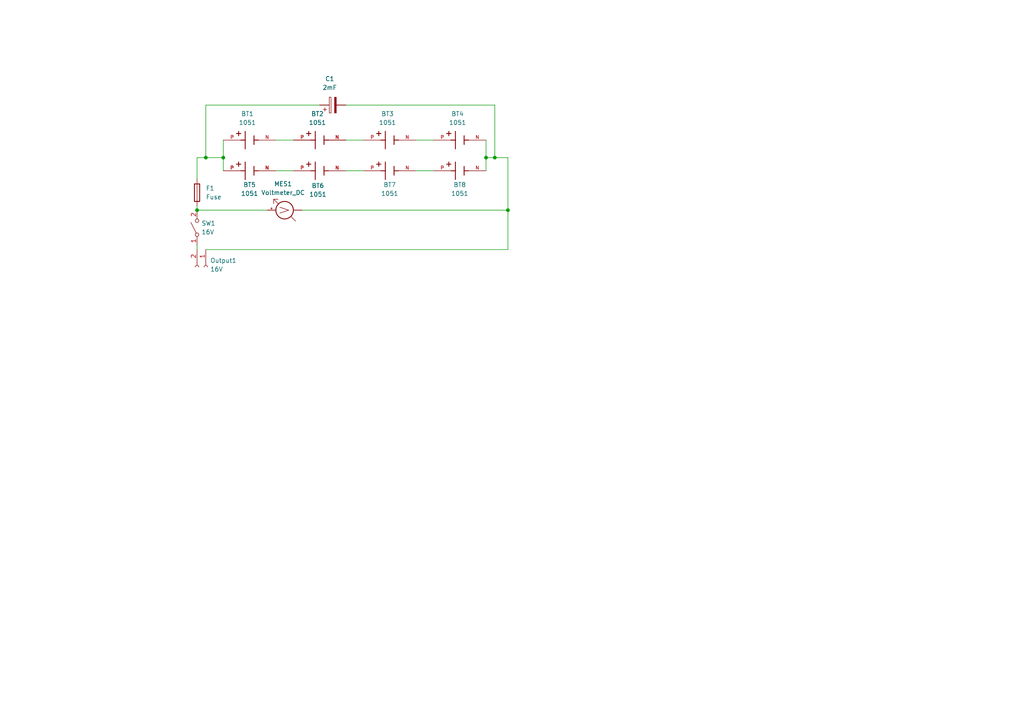
<source format=kicad_sch>
(kicad_sch
	(version 20231120)
	(generator "eeschema")
	(generator_version "8.0")
	(uuid "5db8271e-9c90-40c6-a067-b59bb566d1f7")
	(paper "A4")
	(lib_symbols
		(symbol "1051_Pc:1051"
			(pin_names
				(offset 1.016)
			)
			(exclude_from_sim no)
			(in_bom yes)
			(on_board yes)
			(property "Reference" "BT"
				(at -3.81 3.81 0)
				(effects
					(font
						(size 1.27 1.27)
					)
					(justify left bottom)
				)
			)
			(property "Value" "1051"
				(at -3.81 -5.08 0)
				(effects
					(font
						(size 1.27 1.27)
					)
					(justify left bottom)
				)
			)
			(property "Footprint" "1051:BAT_1051"
				(at 0 0 0)
				(effects
					(font
						(size 1.27 1.27)
					)
					(justify bottom)
					(hide yes)
				)
			)
			(property "Datasheet" ""
				(at 0 0 0)
				(effects
					(font
						(size 1.27 1.27)
					)
					(hide yes)
				)
			)
			(property "Description" ""
				(at 0 0 0)
				(effects
					(font
						(size 1.27 1.27)
					)
					(hide yes)
				)
			)
			(property "MF" "Keystone Electronics"
				(at 0 0 0)
				(effects
					(font
						(size 1.27 1.27)
					)
					(justify bottom)
					(hide yes)
				)
			)
			(property "MAXIMUM_PACKAGE_HEIGHT" "15.49mm"
				(at 0 0 0)
				(effects
					(font
						(size 1.27 1.27)
					)
					(justify bottom)
					(hide yes)
				)
			)
			(property "Package" "NON STANDARD-3 Keystone"
				(at 0 0 0)
				(effects
					(font
						(size 1.27 1.27)
					)
					(justify bottom)
					(hide yes)
				)
			)
			(property "Price" "None"
				(at 0 0 0)
				(effects
					(font
						(size 1.27 1.27)
					)
					(justify bottom)
					(hide yes)
				)
			)
			(property "Check_prices" "https://www.snapeda.com/parts/1051/Keystone+Electronics/view-part/?ref=eda"
				(at 0 0 0)
				(effects
					(font
						(size 1.27 1.27)
					)
					(justify bottom)
					(hide yes)
				)
			)
			(property "STANDARD" "Manufacturer Recommendations"
				(at 0 0 0)
				(effects
					(font
						(size 1.27 1.27)
					)
					(justify bottom)
					(hide yes)
				)
			)
			(property "PARTREV" "A"
				(at 0 0 0)
				(effects
					(font
						(size 1.27 1.27)
					)
					(justify bottom)
					(hide yes)
				)
			)
			(property "SnapEDA_Link" "https://www.snapeda.com/parts/1051/Keystone+Electronics/view-part/?ref=snap"
				(at 0 0 0)
				(effects
					(font
						(size 1.27 1.27)
					)
					(justify bottom)
					(hide yes)
				)
			)
			(property "MP" "1051"
				(at 0 0 0)
				(effects
					(font
						(size 1.27 1.27)
					)
					(justify bottom)
					(hide yes)
				)
			)
			(property "Description_1" "\nTHM Battery Holder for CR123A Cell | Keystone Electronics 1051\n"
				(at 0 0 0)
				(effects
					(font
						(size 1.27 1.27)
					)
					(justify bottom)
					(hide yes)
				)
			)
			(property "MANUFACTURER" "Keystone"
				(at 0 0 0)
				(effects
					(font
						(size 1.27 1.27)
					)
					(justify bottom)
					(hide yes)
				)
			)
			(property "Availability" "In Stock"
				(at 0 0 0)
				(effects
					(font
						(size 1.27 1.27)
					)
					(justify bottom)
					(hide yes)
				)
			)
			(property "SNAPEDA_PN" "1129"
				(at 0 0 0)
				(effects
					(font
						(size 1.27 1.27)
					)
					(justify bottom)
					(hide yes)
				)
			)
			(symbol "1051_0_0"
				(polyline
					(pts
						(xy -3.81 1.905) (xy -2.54 1.905)
					)
					(stroke
						(width 0.254)
						(type default)
					)
					(fill
						(type none)
					)
				)
				(polyline
					(pts
						(xy -3.175 2.54) (xy -3.175 1.27)
					)
					(stroke
						(width 0.254)
						(type default)
					)
					(fill
						(type none)
					)
				)
				(polyline
					(pts
						(xy -1.27 0) (xy -2.54 0)
					)
					(stroke
						(width 0.254)
						(type default)
					)
					(fill
						(type none)
					)
				)
				(polyline
					(pts
						(xy -1.27 0) (xy -1.27 -2.54)
					)
					(stroke
						(width 0.254)
						(type default)
					)
					(fill
						(type none)
					)
				)
				(polyline
					(pts
						(xy -1.27 2.54) (xy -1.27 0)
					)
					(stroke
						(width 0.254)
						(type default)
					)
					(fill
						(type none)
					)
				)
				(polyline
					(pts
						(xy 1.27 0) (xy 1.27 -1.27)
					)
					(stroke
						(width 0.254)
						(type default)
					)
					(fill
						(type none)
					)
				)
				(polyline
					(pts
						(xy 1.27 0) (xy 2.54 0)
					)
					(stroke
						(width 0.254)
						(type default)
					)
					(fill
						(type none)
					)
				)
				(polyline
					(pts
						(xy 1.27 1.27) (xy 1.27 0)
					)
					(stroke
						(width 0.254)
						(type default)
					)
					(fill
						(type none)
					)
				)
				(pin passive line
					(at 7.62 0 180)
					(length 5.08)
					(name "~"
						(effects
							(font
								(size 1.016 1.016)
							)
						)
					)
					(number "N"
						(effects
							(font
								(size 1.016 1.016)
							)
						)
					)
				)
				(pin passive line
					(at -7.62 0 0)
					(length 5.08)
					(name "~"
						(effects
							(font
								(size 1.016 1.016)
							)
						)
					)
					(number "P"
						(effects
							(font
								(size 1.016 1.016)
							)
						)
					)
				)
			)
		)
		(symbol "Connector:Conn_01x02_Socket"
			(pin_names
				(offset 1.016) hide)
			(exclude_from_sim no)
			(in_bom yes)
			(on_board yes)
			(property "Reference" "J"
				(at 0 2.54 0)
				(effects
					(font
						(size 1.27 1.27)
					)
				)
			)
			(property "Value" "Conn_01x02_Socket"
				(at 0 -5.08 0)
				(effects
					(font
						(size 1.27 1.27)
					)
				)
			)
			(property "Footprint" ""
				(at 0 0 0)
				(effects
					(font
						(size 1.27 1.27)
					)
					(hide yes)
				)
			)
			(property "Datasheet" "~"
				(at 0 0 0)
				(effects
					(font
						(size 1.27 1.27)
					)
					(hide yes)
				)
			)
			(property "Description" "Generic connector, single row, 01x02, script generated"
				(at 0 0 0)
				(effects
					(font
						(size 1.27 1.27)
					)
					(hide yes)
				)
			)
			(property "ki_locked" ""
				(at 0 0 0)
				(effects
					(font
						(size 1.27 1.27)
					)
				)
			)
			(property "ki_keywords" "connector"
				(at 0 0 0)
				(effects
					(font
						(size 1.27 1.27)
					)
					(hide yes)
				)
			)
			(property "ki_fp_filters" "Connector*:*_1x??_*"
				(at 0 0 0)
				(effects
					(font
						(size 1.27 1.27)
					)
					(hide yes)
				)
			)
			(symbol "Conn_01x02_Socket_1_1"
				(arc
					(start 0 -2.032)
					(mid -0.5058 -2.54)
					(end 0 -3.048)
					(stroke
						(width 0.1524)
						(type default)
					)
					(fill
						(type none)
					)
				)
				(polyline
					(pts
						(xy -1.27 -2.54) (xy -0.508 -2.54)
					)
					(stroke
						(width 0.1524)
						(type default)
					)
					(fill
						(type none)
					)
				)
				(polyline
					(pts
						(xy -1.27 0) (xy -0.508 0)
					)
					(stroke
						(width 0.1524)
						(type default)
					)
					(fill
						(type none)
					)
				)
				(arc
					(start 0 0.508)
					(mid -0.5058 0)
					(end 0 -0.508)
					(stroke
						(width 0.1524)
						(type default)
					)
					(fill
						(type none)
					)
				)
				(pin passive line
					(at -5.08 0 0)
					(length 3.81)
					(name "Pin_1"
						(effects
							(font
								(size 1.27 1.27)
							)
						)
					)
					(number "1"
						(effects
							(font
								(size 1.27 1.27)
							)
						)
					)
				)
				(pin passive line
					(at -5.08 -2.54 0)
					(length 3.81)
					(name "Pin_2"
						(effects
							(font
								(size 1.27 1.27)
							)
						)
					)
					(number "2"
						(effects
							(font
								(size 1.27 1.27)
							)
						)
					)
				)
			)
		)
		(symbol "Device:C_Polarized"
			(pin_numbers hide)
			(pin_names
				(offset 0.254)
			)
			(exclude_from_sim no)
			(in_bom yes)
			(on_board yes)
			(property "Reference" "C"
				(at 0.635 2.54 0)
				(effects
					(font
						(size 1.27 1.27)
					)
					(justify left)
				)
			)
			(property "Value" "C_Polarized"
				(at 0.635 -2.54 0)
				(effects
					(font
						(size 1.27 1.27)
					)
					(justify left)
				)
			)
			(property "Footprint" ""
				(at 0.9652 -3.81 0)
				(effects
					(font
						(size 1.27 1.27)
					)
					(hide yes)
				)
			)
			(property "Datasheet" "~"
				(at 0 0 0)
				(effects
					(font
						(size 1.27 1.27)
					)
					(hide yes)
				)
			)
			(property "Description" "Polarized capacitor"
				(at 0 0 0)
				(effects
					(font
						(size 1.27 1.27)
					)
					(hide yes)
				)
			)
			(property "ki_keywords" "cap capacitor"
				(at 0 0 0)
				(effects
					(font
						(size 1.27 1.27)
					)
					(hide yes)
				)
			)
			(property "ki_fp_filters" "CP_*"
				(at 0 0 0)
				(effects
					(font
						(size 1.27 1.27)
					)
					(hide yes)
				)
			)
			(symbol "C_Polarized_0_1"
				(rectangle
					(start -2.286 0.508)
					(end 2.286 1.016)
					(stroke
						(width 0)
						(type default)
					)
					(fill
						(type none)
					)
				)
				(polyline
					(pts
						(xy -1.778 2.286) (xy -0.762 2.286)
					)
					(stroke
						(width 0)
						(type default)
					)
					(fill
						(type none)
					)
				)
				(polyline
					(pts
						(xy -1.27 2.794) (xy -1.27 1.778)
					)
					(stroke
						(width 0)
						(type default)
					)
					(fill
						(type none)
					)
				)
				(rectangle
					(start 2.286 -0.508)
					(end -2.286 -1.016)
					(stroke
						(width 0)
						(type default)
					)
					(fill
						(type outline)
					)
				)
			)
			(symbol "C_Polarized_1_1"
				(pin passive line
					(at 0 3.81 270)
					(length 2.794)
					(name "~"
						(effects
							(font
								(size 1.27 1.27)
							)
						)
					)
					(number "1"
						(effects
							(font
								(size 1.27 1.27)
							)
						)
					)
				)
				(pin passive line
					(at 0 -3.81 90)
					(length 2.794)
					(name "~"
						(effects
							(font
								(size 1.27 1.27)
							)
						)
					)
					(number "2"
						(effects
							(font
								(size 1.27 1.27)
							)
						)
					)
				)
			)
		)
		(symbol "Device:Fuse"
			(pin_numbers hide)
			(pin_names
				(offset 0)
			)
			(exclude_from_sim no)
			(in_bom yes)
			(on_board yes)
			(property "Reference" "F"
				(at 2.032 0 90)
				(effects
					(font
						(size 1.27 1.27)
					)
				)
			)
			(property "Value" "Fuse"
				(at -1.905 0 90)
				(effects
					(font
						(size 1.27 1.27)
					)
				)
			)
			(property "Footprint" ""
				(at -1.778 0 90)
				(effects
					(font
						(size 1.27 1.27)
					)
					(hide yes)
				)
			)
			(property "Datasheet" "~"
				(at 0 0 0)
				(effects
					(font
						(size 1.27 1.27)
					)
					(hide yes)
				)
			)
			(property "Description" "Fuse"
				(at 0 0 0)
				(effects
					(font
						(size 1.27 1.27)
					)
					(hide yes)
				)
			)
			(property "ki_keywords" "fuse"
				(at 0 0 0)
				(effects
					(font
						(size 1.27 1.27)
					)
					(hide yes)
				)
			)
			(property "ki_fp_filters" "*Fuse*"
				(at 0 0 0)
				(effects
					(font
						(size 1.27 1.27)
					)
					(hide yes)
				)
			)
			(symbol "Fuse_0_1"
				(rectangle
					(start -0.762 -2.54)
					(end 0.762 2.54)
					(stroke
						(width 0.254)
						(type default)
					)
					(fill
						(type none)
					)
				)
				(polyline
					(pts
						(xy 0 2.54) (xy 0 -2.54)
					)
					(stroke
						(width 0)
						(type default)
					)
					(fill
						(type none)
					)
				)
			)
			(symbol "Fuse_1_1"
				(pin passive line
					(at 0 3.81 270)
					(length 1.27)
					(name "~"
						(effects
							(font
								(size 1.27 1.27)
							)
						)
					)
					(number "1"
						(effects
							(font
								(size 1.27 1.27)
							)
						)
					)
				)
				(pin passive line
					(at 0 -3.81 90)
					(length 1.27)
					(name "~"
						(effects
							(font
								(size 1.27 1.27)
							)
						)
					)
					(number "2"
						(effects
							(font
								(size 1.27 1.27)
							)
						)
					)
				)
			)
		)
		(symbol "Device:Voltmeter_DC"
			(pin_numbers hide)
			(pin_names
				(offset 0.0254) hide)
			(exclude_from_sim no)
			(in_bom yes)
			(on_board yes)
			(property "Reference" "MES"
				(at -3.302 1.016 0)
				(effects
					(font
						(size 1.27 1.27)
					)
					(justify right)
				)
			)
			(property "Value" "Voltmeter_DC"
				(at -3.302 -0.762 0)
				(effects
					(font
						(size 1.27 1.27)
					)
					(justify right)
				)
			)
			(property "Footprint" ""
				(at 0 2.54 90)
				(effects
					(font
						(size 1.27 1.27)
					)
					(hide yes)
				)
			)
			(property "Datasheet" "~"
				(at 0 2.54 90)
				(effects
					(font
						(size 1.27 1.27)
					)
					(hide yes)
				)
			)
			(property "Description" "DC voltmeter"
				(at 0 0 0)
				(effects
					(font
						(size 1.27 1.27)
					)
					(hide yes)
				)
			)
			(property "ki_keywords" "voltmeter DC"
				(at 0 0 0)
				(effects
					(font
						(size 1.27 1.27)
					)
					(hide yes)
				)
			)
			(symbol "Voltmeter_DC_0_0"
				(polyline
					(pts
						(xy -3.175 -3.175) (xy -1.905 -1.905)
					)
					(stroke
						(width 0)
						(type default)
					)
					(fill
						(type none)
					)
				)
				(polyline
					(pts
						(xy 1.905 1.905) (xy 3.175 3.175)
					)
					(stroke
						(width 0)
						(type default)
					)
					(fill
						(type none)
					)
				)
				(polyline
					(pts
						(xy 1.905 3.175) (xy 3.175 3.175) (xy 3.175 1.905)
					)
					(stroke
						(width 0)
						(type default)
					)
					(fill
						(type none)
					)
				)
				(text "V"
					(at 0 0 0)
					(effects
						(font
							(size 2.54 2.54)
						)
					)
				)
			)
			(symbol "Voltmeter_DC_0_1"
				(polyline
					(pts
						(xy 0.254 3.81) (xy 0.762 3.81)
					)
					(stroke
						(width 0)
						(type default)
					)
					(fill
						(type none)
					)
				)
				(polyline
					(pts
						(xy 0.508 4.064) (xy 0.508 3.556)
					)
					(stroke
						(width 0)
						(type default)
					)
					(fill
						(type none)
					)
				)
				(circle
					(center 0 0)
					(radius 2.54)
					(stroke
						(width 0.254)
						(type default)
					)
					(fill
						(type none)
					)
				)
			)
			(symbol "Voltmeter_DC_1_1"
				(pin passive line
					(at 0 -5.08 90)
					(length 2.54)
					(name "-"
						(effects
							(font
								(size 1.27 1.27)
							)
						)
					)
					(number "1"
						(effects
							(font
								(size 1.27 1.27)
							)
						)
					)
				)
				(pin passive line
					(at 0 5.08 270)
					(length 2.54)
					(name "+"
						(effects
							(font
								(size 1.27 1.27)
							)
						)
					)
					(number "2"
						(effects
							(font
								(size 1.27 1.27)
							)
						)
					)
				)
			)
		)
		(symbol "Switch:SW_SPST"
			(pin_names
				(offset 0) hide)
			(exclude_from_sim no)
			(in_bom yes)
			(on_board yes)
			(property "Reference" "SW"
				(at 0 3.175 0)
				(effects
					(font
						(size 1.27 1.27)
					)
				)
			)
			(property "Value" "SW_SPST"
				(at 0 -2.54 0)
				(effects
					(font
						(size 1.27 1.27)
					)
				)
			)
			(property "Footprint" ""
				(at 0 0 0)
				(effects
					(font
						(size 1.27 1.27)
					)
					(hide yes)
				)
			)
			(property "Datasheet" "~"
				(at 0 0 0)
				(effects
					(font
						(size 1.27 1.27)
					)
					(hide yes)
				)
			)
			(property "Description" "Single Pole Single Throw (SPST) switch"
				(at 0 0 0)
				(effects
					(font
						(size 1.27 1.27)
					)
					(hide yes)
				)
			)
			(property "ki_keywords" "switch lever"
				(at 0 0 0)
				(effects
					(font
						(size 1.27 1.27)
					)
					(hide yes)
				)
			)
			(symbol "SW_SPST_0_0"
				(circle
					(center -2.032 0)
					(radius 0.508)
					(stroke
						(width 0)
						(type default)
					)
					(fill
						(type none)
					)
				)
				(polyline
					(pts
						(xy -1.524 0.254) (xy 1.524 1.778)
					)
					(stroke
						(width 0)
						(type default)
					)
					(fill
						(type none)
					)
				)
				(circle
					(center 2.032 0)
					(radius 0.508)
					(stroke
						(width 0)
						(type default)
					)
					(fill
						(type none)
					)
				)
			)
			(symbol "SW_SPST_1_1"
				(pin passive line
					(at -5.08 0 0)
					(length 2.54)
					(name "A"
						(effects
							(font
								(size 1.27 1.27)
							)
						)
					)
					(number "1"
						(effects
							(font
								(size 1.27 1.27)
							)
						)
					)
				)
				(pin passive line
					(at 5.08 0 180)
					(length 2.54)
					(name "B"
						(effects
							(font
								(size 1.27 1.27)
							)
						)
					)
					(number "2"
						(effects
							(font
								(size 1.27 1.27)
							)
						)
					)
				)
			)
		)
	)
	(junction
		(at 140.97 45.72)
		(diameter 0)
		(color 0 0 0 0)
		(uuid "8815cf2a-1ac0-41a2-bb1d-f7c8ba1ebeec")
	)
	(junction
		(at 147.32 60.96)
		(diameter 0)
		(color 0 0 0 0)
		(uuid "98492b75-034d-4655-a291-83f201df1cfb")
	)
	(junction
		(at 57.15 60.96)
		(diameter 0)
		(color 0 0 0 0)
		(uuid "a65b9e7f-ca90-45f1-9d8a-2c55c536e830")
	)
	(junction
		(at 143.51 45.72)
		(diameter 0)
		(color 0 0 0 0)
		(uuid "b3c6eb36-9424-424c-8f2c-68b590ac514f")
	)
	(junction
		(at 64.77 45.72)
		(diameter 0)
		(color 0 0 0 0)
		(uuid "c7f95657-7c23-4a5c-aebf-77b63627deb4")
	)
	(junction
		(at 59.69 45.72)
		(diameter 0)
		(color 0 0 0 0)
		(uuid "dca0dc12-9336-4f4f-9b4e-62ab5b05340a")
	)
	(wire
		(pts
			(xy 80.01 40.64) (xy 85.09 40.64)
		)
		(stroke
			(width 0)
			(type default)
		)
		(uuid "0848c7f6-0b84-4189-a4e6-89964c39419a")
	)
	(wire
		(pts
			(xy 59.69 30.48) (xy 92.71 30.48)
		)
		(stroke
			(width 0)
			(type default)
		)
		(uuid "0d4ff83c-68af-4311-bd67-1dea23efebac")
	)
	(wire
		(pts
			(xy 100.33 30.48) (xy 143.51 30.48)
		)
		(stroke
			(width 0)
			(type default)
		)
		(uuid "153f3a0e-43a0-4551-8a97-db5f427f455d")
	)
	(wire
		(pts
			(xy 87.63 60.96) (xy 147.32 60.96)
		)
		(stroke
			(width 0)
			(type default)
		)
		(uuid "1b91b94d-8ce6-417a-8055-febac68f7e87")
	)
	(wire
		(pts
			(xy 143.51 30.48) (xy 143.51 45.72)
		)
		(stroke
			(width 0)
			(type default)
		)
		(uuid "2ae54a86-d351-4df4-b0cb-0003ded8029e")
	)
	(wire
		(pts
			(xy 59.69 45.72) (xy 59.69 30.48)
		)
		(stroke
			(width 0)
			(type default)
		)
		(uuid "3747698b-c686-422d-ac68-227e835995e2")
	)
	(wire
		(pts
			(xy 64.77 40.64) (xy 64.77 45.72)
		)
		(stroke
			(width 0)
			(type default)
		)
		(uuid "3e01f691-ad0a-4c8f-bdc8-e9ec523b816b")
	)
	(wire
		(pts
			(xy 57.15 45.72) (xy 57.15 52.07)
		)
		(stroke
			(width 0)
			(type default)
		)
		(uuid "48d3499e-15b7-4196-9699-298bc0367899")
	)
	(wire
		(pts
			(xy 57.15 60.96) (xy 77.47 60.96)
		)
		(stroke
			(width 0)
			(type default)
		)
		(uuid "5861a481-e648-4da7-acae-5a15ceb59a43")
	)
	(wire
		(pts
			(xy 80.01 49.53) (xy 85.09 49.53)
		)
		(stroke
			(width 0)
			(type default)
		)
		(uuid "5a52d764-3b51-49b4-9b9c-5bb59b5cc609")
	)
	(wire
		(pts
			(xy 140.97 40.64) (xy 140.97 45.72)
		)
		(stroke
			(width 0)
			(type default)
		)
		(uuid "5f4d7f91-7fa1-42af-a2a4-5cc3f5f9658d")
	)
	(wire
		(pts
			(xy 120.65 40.64) (xy 125.73 40.64)
		)
		(stroke
			(width 0)
			(type default)
		)
		(uuid "74e86a3d-8735-4ed6-9668-8bad6f298f0c")
	)
	(wire
		(pts
			(xy 147.32 60.96) (xy 147.32 45.72)
		)
		(stroke
			(width 0)
			(type default)
		)
		(uuid "761ada6b-6ffa-443e-b1d0-73e51a5b2858")
	)
	(wire
		(pts
			(xy 140.97 45.72) (xy 143.51 45.72)
		)
		(stroke
			(width 0)
			(type default)
		)
		(uuid "766ee803-8a13-45f1-ae40-df1a1784e637")
	)
	(wire
		(pts
			(xy 143.51 45.72) (xy 147.32 45.72)
		)
		(stroke
			(width 0)
			(type default)
		)
		(uuid "7e49aa6c-4e95-4c2d-b9b5-1e2f7980856e")
	)
	(wire
		(pts
			(xy 59.69 72.39) (xy 147.32 72.39)
		)
		(stroke
			(width 0)
			(type default)
		)
		(uuid "82decc0d-9f4e-4905-bf69-8286c913c431")
	)
	(wire
		(pts
			(xy 140.97 49.53) (xy 140.97 45.72)
		)
		(stroke
			(width 0)
			(type default)
		)
		(uuid "9f68433b-49a7-4c1d-b49a-8021d3cdef88")
	)
	(wire
		(pts
			(xy 57.15 45.72) (xy 59.69 45.72)
		)
		(stroke
			(width 0)
			(type default)
		)
		(uuid "abf7e16b-f248-4484-81c2-c2d1a66258ba")
	)
	(wire
		(pts
			(xy 59.69 45.72) (xy 64.77 45.72)
		)
		(stroke
			(width 0)
			(type default)
		)
		(uuid "ace9db6c-3372-4b61-90d5-13038e038e55")
	)
	(wire
		(pts
			(xy 147.32 72.39) (xy 147.32 60.96)
		)
		(stroke
			(width 0)
			(type default)
		)
		(uuid "b0c8a4b5-e662-4d27-b19c-ac01dfeb921f")
	)
	(wire
		(pts
			(xy 120.65 49.53) (xy 125.73 49.53)
		)
		(stroke
			(width 0)
			(type default)
		)
		(uuid "cd471693-00ec-4002-b8ef-6b418a02cb79")
	)
	(wire
		(pts
			(xy 64.77 45.72) (xy 64.77 49.53)
		)
		(stroke
			(width 0)
			(type default)
		)
		(uuid "da5cb68b-1f40-4170-acaf-78c9880e2df4")
	)
	(wire
		(pts
			(xy 57.15 71.12) (xy 57.15 72.39)
		)
		(stroke
			(width 0)
			(type default)
		)
		(uuid "dc0e86fe-b02d-48dd-b1b6-d22837b995eb")
	)
	(wire
		(pts
			(xy 57.15 59.69) (xy 57.15 60.96)
		)
		(stroke
			(width 0)
			(type default)
		)
		(uuid "ebd9eeae-4a56-42c6-a0ff-3e730ff7211d")
	)
	(wire
		(pts
			(xy 100.33 40.64) (xy 105.41 40.64)
		)
		(stroke
			(width 0)
			(type default)
		)
		(uuid "ef572ecc-88a3-4508-b045-f964eb87acc1")
	)
	(wire
		(pts
			(xy 100.33 49.53) (xy 105.41 49.53)
		)
		(stroke
			(width 0)
			(type default)
		)
		(uuid "f5001526-59ab-4cff-9ec8-3ad2f6a2ff25")
	)
	(symbol
		(lib_id "1051_Pc:1051")
		(at 92.71 49.53 0)
		(unit 1)
		(exclude_from_sim no)
		(in_bom yes)
		(on_board yes)
		(dnp no)
		(uuid "0a134d84-2ecc-4e8e-a8c6-c274dd5b6a5c")
		(property "Reference" "BT6"
			(at 92.202 53.848 0)
			(effects
				(font
					(size 1.27 1.27)
				)
			)
		)
		(property "Value" "1051"
			(at 92.202 56.388 0)
			(effects
				(font
					(size 1.27 1.27)
				)
			)
		)
		(property "Footprint" "1051:BAT_1051"
			(at 92.71 49.53 0)
			(effects
				(font
					(size 1.27 1.27)
				)
				(justify bottom)
				(hide yes)
			)
		)
		(property "Datasheet" ""
			(at 92.71 49.53 0)
			(effects
				(font
					(size 1.27 1.27)
				)
				(hide yes)
			)
		)
		(property "Description" ""
			(at 92.71 49.53 0)
			(effects
				(font
					(size 1.27 1.27)
				)
				(hide yes)
			)
		)
		(property "MF" "Keystone Electronics"
			(at 92.71 49.53 0)
			(effects
				(font
					(size 1.27 1.27)
				)
				(justify bottom)
				(hide yes)
			)
		)
		(property "MAXIMUM_PACKAGE_HEIGHT" "15.49mm"
			(at 92.71 49.53 0)
			(effects
				(font
					(size 1.27 1.27)
				)
				(justify bottom)
				(hide yes)
			)
		)
		(property "Package" "NON STANDARD-3 Keystone"
			(at 92.71 49.53 0)
			(effects
				(font
					(size 1.27 1.27)
				)
				(justify bottom)
				(hide yes)
			)
		)
		(property "Price" "None"
			(at 92.71 49.53 0)
			(effects
				(font
					(size 1.27 1.27)
				)
				(justify bottom)
				(hide yes)
			)
		)
		(property "Check_prices" "https://www.snapeda.com/parts/1051/Keystone+Electronics/view-part/?ref=eda"
			(at 92.71 49.53 0)
			(effects
				(font
					(size 1.27 1.27)
				)
				(justify bottom)
				(hide yes)
			)
		)
		(property "STANDARD" "Manufacturer Recommendations"
			(at 92.71 49.53 0)
			(effects
				(font
					(size 1.27 1.27)
				)
				(justify bottom)
				(hide yes)
			)
		)
		(property "PARTREV" "A"
			(at 92.71 49.53 0)
			(effects
				(font
					(size 1.27 1.27)
				)
				(justify bottom)
				(hide yes)
			)
		)
		(property "SnapEDA_Link" "https://www.snapeda.com/parts/1051/Keystone+Electronics/view-part/?ref=snap"
			(at 92.71 49.53 0)
			(effects
				(font
					(size 1.27 1.27)
				)
				(justify bottom)
				(hide yes)
			)
		)
		(property "MP" "1051"
			(at 92.71 49.53 0)
			(effects
				(font
					(size 1.27 1.27)
				)
				(justify bottom)
				(hide yes)
			)
		)
		(property "Description_1" "\nTHM Battery Holder for CR123A Cell | Keystone Electronics 1051\n"
			(at 92.71 49.53 0)
			(effects
				(font
					(size 1.27 1.27)
				)
				(justify bottom)
				(hide yes)
			)
		)
		(property "MANUFACTURER" "Keystone"
			(at 92.71 49.53 0)
			(effects
				(font
					(size 1.27 1.27)
				)
				(justify bottom)
				(hide yes)
			)
		)
		(property "Availability" "In Stock"
			(at 92.71 49.53 0)
			(effects
				(font
					(size 1.27 1.27)
				)
				(justify bottom)
				(hide yes)
			)
		)
		(property "SNAPEDA_PN" "1129"
			(at 92.71 49.53 0)
			(effects
				(font
					(size 1.27 1.27)
				)
				(justify bottom)
				(hide yes)
			)
		)
		(pin "N"
			(uuid "fc1c141b-f5f6-4a9c-a41e-530677f65cfc")
		)
		(pin "P"
			(uuid "deabbe70-c0d5-483e-9610-63008279947d")
		)
		(instances
			(project "Robo_V2.1"
				(path "/5db8271e-9c90-40c6-a067-b59bb566d1f7"
					(reference "BT6")
					(unit 1)
				)
			)
		)
	)
	(symbol
		(lib_id "1051_Pc:1051")
		(at 72.39 49.53 0)
		(unit 1)
		(exclude_from_sim no)
		(in_bom yes)
		(on_board yes)
		(dnp no)
		(uuid "0d164412-d149-46a0-97e5-4145a7195108")
		(property "Reference" "BT5"
			(at 72.39 53.594 0)
			(effects
				(font
					(size 1.27 1.27)
				)
			)
		)
		(property "Value" "1051"
			(at 72.39 56.134 0)
			(effects
				(font
					(size 1.27 1.27)
				)
			)
		)
		(property "Footprint" "1051:BAT_1051"
			(at 72.39 49.53 0)
			(effects
				(font
					(size 1.27 1.27)
				)
				(justify bottom)
				(hide yes)
			)
		)
		(property "Datasheet" ""
			(at 72.39 49.53 0)
			(effects
				(font
					(size 1.27 1.27)
				)
				(hide yes)
			)
		)
		(property "Description" ""
			(at 72.39 49.53 0)
			(effects
				(font
					(size 1.27 1.27)
				)
				(hide yes)
			)
		)
		(property "MF" "Keystone Electronics"
			(at 72.39 49.53 0)
			(effects
				(font
					(size 1.27 1.27)
				)
				(justify bottom)
				(hide yes)
			)
		)
		(property "MAXIMUM_PACKAGE_HEIGHT" "15.49mm"
			(at 72.39 49.53 0)
			(effects
				(font
					(size 1.27 1.27)
				)
				(justify bottom)
				(hide yes)
			)
		)
		(property "Package" "NON STANDARD-3 Keystone"
			(at 72.39 49.53 0)
			(effects
				(font
					(size 1.27 1.27)
				)
				(justify bottom)
				(hide yes)
			)
		)
		(property "Price" "None"
			(at 72.39 49.53 0)
			(effects
				(font
					(size 1.27 1.27)
				)
				(justify bottom)
				(hide yes)
			)
		)
		(property "Check_prices" "https://www.snapeda.com/parts/1051/Keystone+Electronics/view-part/?ref=eda"
			(at 72.39 49.53 0)
			(effects
				(font
					(size 1.27 1.27)
				)
				(justify bottom)
				(hide yes)
			)
		)
		(property "STANDARD" "Manufacturer Recommendations"
			(at 72.39 49.53 0)
			(effects
				(font
					(size 1.27 1.27)
				)
				(justify bottom)
				(hide yes)
			)
		)
		(property "PARTREV" "A"
			(at 72.39 49.53 0)
			(effects
				(font
					(size 1.27 1.27)
				)
				(justify bottom)
				(hide yes)
			)
		)
		(property "SnapEDA_Link" "https://www.snapeda.com/parts/1051/Keystone+Electronics/view-part/?ref=snap"
			(at 72.39 49.53 0)
			(effects
				(font
					(size 1.27 1.27)
				)
				(justify bottom)
				(hide yes)
			)
		)
		(property "MP" "1051"
			(at 72.39 49.53 0)
			(effects
				(font
					(size 1.27 1.27)
				)
				(justify bottom)
				(hide yes)
			)
		)
		(property "Description_1" "\nTHM Battery Holder for CR123A Cell | Keystone Electronics 1051\n"
			(at 72.39 49.53 0)
			(effects
				(font
					(size 1.27 1.27)
				)
				(justify bottom)
				(hide yes)
			)
		)
		(property "MANUFACTURER" "Keystone"
			(at 72.39 49.53 0)
			(effects
				(font
					(size 1.27 1.27)
				)
				(justify bottom)
				(hide yes)
			)
		)
		(property "Availability" "In Stock"
			(at 72.39 49.53 0)
			(effects
				(font
					(size 1.27 1.27)
				)
				(justify bottom)
				(hide yes)
			)
		)
		(property "SNAPEDA_PN" "1129"
			(at 72.39 49.53 0)
			(effects
				(font
					(size 1.27 1.27)
				)
				(justify bottom)
				(hide yes)
			)
		)
		(pin "N"
			(uuid "620eeccc-1cb4-40a8-89c5-28e975c739a0")
		)
		(pin "P"
			(uuid "0f2920c2-7df5-4bad-ae66-680906ce5079")
		)
		(instances
			(project "Robo_V2.1"
				(path "/5db8271e-9c90-40c6-a067-b59bb566d1f7"
					(reference "BT5")
					(unit 1)
				)
			)
		)
	)
	(symbol
		(lib_id "Device:Voltmeter_DC")
		(at 82.55 60.96 90)
		(unit 1)
		(exclude_from_sim no)
		(in_bom yes)
		(on_board yes)
		(dnp no)
		(fields_autoplaced yes)
		(uuid "165d9399-c0d9-4918-98f9-fca0f195f3cf")
		(property "Reference" "MES1"
			(at 82.1055 53.34 90)
			(effects
				(font
					(size 1.27 1.27)
				)
			)
		)
		(property "Value" "Voltmeter_DC"
			(at 82.1055 55.88 90)
			(effects
				(font
					(size 1.27 1.27)
				)
			)
		)
		(property "Footprint" "TerminalBlock_Phoenix:TerminalBlock_Phoenix_PT-1,5-2-5.0-H_1x02_P5.00mm_Horizontal"
			(at 80.01 60.96 90)
			(effects
				(font
					(size 1.27 1.27)
				)
				(hide yes)
			)
		)
		(property "Datasheet" "~"
			(at 80.01 60.96 90)
			(effects
				(font
					(size 1.27 1.27)
				)
				(hide yes)
			)
		)
		(property "Description" "DC voltmeter"
			(at 82.55 60.96 0)
			(effects
				(font
					(size 1.27 1.27)
				)
				(hide yes)
			)
		)
		(pin "2"
			(uuid "40ebd42e-e106-44d5-bd25-28f461df24ec")
		)
		(pin "1"
			(uuid "0470bf40-7018-4640-aeb5-1c262ff9b96a")
		)
		(instances
			(project "Robo_V2.1"
				(path "/5db8271e-9c90-40c6-a067-b59bb566d1f7"
					(reference "MES1")
					(unit 1)
				)
			)
		)
	)
	(symbol
		(lib_id "1051_Pc:1051")
		(at 113.03 49.53 0)
		(unit 1)
		(exclude_from_sim no)
		(in_bom yes)
		(on_board yes)
		(dnp no)
		(uuid "2ed981be-33b9-4f3e-83af-f74e2830984a")
		(property "Reference" "BT7"
			(at 113.03 53.594 0)
			(effects
				(font
					(size 1.27 1.27)
				)
			)
		)
		(property "Value" "1051"
			(at 113.03 56.134 0)
			(effects
				(font
					(size 1.27 1.27)
				)
			)
		)
		(property "Footprint" "1051:BAT_1051"
			(at 113.03 49.53 0)
			(effects
				(font
					(size 1.27 1.27)
				)
				(justify bottom)
				(hide yes)
			)
		)
		(property "Datasheet" ""
			(at 113.03 49.53 0)
			(effects
				(font
					(size 1.27 1.27)
				)
				(hide yes)
			)
		)
		(property "Description" ""
			(at 113.03 49.53 0)
			(effects
				(font
					(size 1.27 1.27)
				)
				(hide yes)
			)
		)
		(property "MF" "Keystone Electronics"
			(at 113.03 49.53 0)
			(effects
				(font
					(size 1.27 1.27)
				)
				(justify bottom)
				(hide yes)
			)
		)
		(property "MAXIMUM_PACKAGE_HEIGHT" "15.49mm"
			(at 113.03 49.53 0)
			(effects
				(font
					(size 1.27 1.27)
				)
				(justify bottom)
				(hide yes)
			)
		)
		(property "Package" "NON STANDARD-3 Keystone"
			(at 113.03 49.53 0)
			(effects
				(font
					(size 1.27 1.27)
				)
				(justify bottom)
				(hide yes)
			)
		)
		(property "Price" "None"
			(at 113.03 49.53 0)
			(effects
				(font
					(size 1.27 1.27)
				)
				(justify bottom)
				(hide yes)
			)
		)
		(property "Check_prices" "https://www.snapeda.com/parts/1051/Keystone+Electronics/view-part/?ref=eda"
			(at 113.03 49.53 0)
			(effects
				(font
					(size 1.27 1.27)
				)
				(justify bottom)
				(hide yes)
			)
		)
		(property "STANDARD" "Manufacturer Recommendations"
			(at 113.03 49.53 0)
			(effects
				(font
					(size 1.27 1.27)
				)
				(justify bottom)
				(hide yes)
			)
		)
		(property "PARTREV" "A"
			(at 113.03 49.53 0)
			(effects
				(font
					(size 1.27 1.27)
				)
				(justify bottom)
				(hide yes)
			)
		)
		(property "SnapEDA_Link" "https://www.snapeda.com/parts/1051/Keystone+Electronics/view-part/?ref=snap"
			(at 113.03 49.53 0)
			(effects
				(font
					(size 1.27 1.27)
				)
				(justify bottom)
				(hide yes)
			)
		)
		(property "MP" "1051"
			(at 113.03 49.53 0)
			(effects
				(font
					(size 1.27 1.27)
				)
				(justify bottom)
				(hide yes)
			)
		)
		(property "Description_1" "\nTHM Battery Holder for CR123A Cell | Keystone Electronics 1051\n"
			(at 113.03 49.53 0)
			(effects
				(font
					(size 1.27 1.27)
				)
				(justify bottom)
				(hide yes)
			)
		)
		(property "MANUFACTURER" "Keystone"
			(at 113.03 49.53 0)
			(effects
				(font
					(size 1.27 1.27)
				)
				(justify bottom)
				(hide yes)
			)
		)
		(property "Availability" "In Stock"
			(at 113.03 49.53 0)
			(effects
				(font
					(size 1.27 1.27)
				)
				(justify bottom)
				(hide yes)
			)
		)
		(property "SNAPEDA_PN" "1129"
			(at 113.03 49.53 0)
			(effects
				(font
					(size 1.27 1.27)
				)
				(justify bottom)
				(hide yes)
			)
		)
		(pin "N"
			(uuid "c570a8f7-2b5b-4b77-9571-ff8a58c7b74b")
		)
		(pin "P"
			(uuid "aa0ff38e-0540-4efc-b5ea-546c419a06da")
		)
		(instances
			(project "Robo_V2.1"
				(path "/5db8271e-9c90-40c6-a067-b59bb566d1f7"
					(reference "BT7")
					(unit 1)
				)
			)
		)
	)
	(symbol
		(lib_id "Device:C_Polarized")
		(at 96.52 30.48 90)
		(unit 1)
		(exclude_from_sim no)
		(in_bom yes)
		(on_board yes)
		(dnp no)
		(fields_autoplaced yes)
		(uuid "2fde2b1d-e0a1-4a43-ab2b-451c12fbcefc")
		(property "Reference" "C1"
			(at 95.631 22.86 90)
			(effects
				(font
					(size 1.27 1.27)
				)
			)
		)
		(property "Value" "2mF"
			(at 95.631 25.4 90)
			(effects
				(font
					(size 1.27 1.27)
				)
			)
		)
		(property "Footprint" "Capacitor_THT:CP_Radial_D10.0mm_P7.50mm"
			(at 100.33 29.5148 0)
			(effects
				(font
					(size 1.27 1.27)
				)
				(hide yes)
			)
		)
		(property "Datasheet" "~"
			(at 96.52 30.48 0)
			(effects
				(font
					(size 1.27 1.27)
				)
				(hide yes)
			)
		)
		(property "Description" "Polarized capacitor"
			(at 96.52 30.48 0)
			(effects
				(font
					(size 1.27 1.27)
				)
				(hide yes)
			)
		)
		(pin "2"
			(uuid "fd7a0e02-a21b-4062-a065-1ef604af4d0e")
		)
		(pin "1"
			(uuid "393e7acf-6390-4a5a-8a07-801f7ef83e5f")
		)
		(instances
			(project "Robo_V2.1"
				(path "/5db8271e-9c90-40c6-a067-b59bb566d1f7"
					(reference "C1")
					(unit 1)
				)
			)
		)
	)
	(symbol
		(lib_id "1051_Pc:1051")
		(at 72.39 40.64 0)
		(unit 1)
		(exclude_from_sim no)
		(in_bom yes)
		(on_board yes)
		(dnp no)
		(fields_autoplaced yes)
		(uuid "39d5f8a0-ddd2-4149-a3fb-393139055cc7")
		(property "Reference" "BT1"
			(at 71.755 33.02 0)
			(effects
				(font
					(size 1.27 1.27)
				)
			)
		)
		(property "Value" "1051"
			(at 71.755 35.56 0)
			(effects
				(font
					(size 1.27 1.27)
				)
			)
		)
		(property "Footprint" "1051:BAT_1051"
			(at 72.39 40.64 0)
			(effects
				(font
					(size 1.27 1.27)
				)
				(justify bottom)
				(hide yes)
			)
		)
		(property "Datasheet" ""
			(at 72.39 40.64 0)
			(effects
				(font
					(size 1.27 1.27)
				)
				(hide yes)
			)
		)
		(property "Description" ""
			(at 72.39 40.64 0)
			(effects
				(font
					(size 1.27 1.27)
				)
				(hide yes)
			)
		)
		(property "MF" "Keystone Electronics"
			(at 72.39 40.64 0)
			(effects
				(font
					(size 1.27 1.27)
				)
				(justify bottom)
				(hide yes)
			)
		)
		(property "MAXIMUM_PACKAGE_HEIGHT" "15.49mm"
			(at 72.39 40.64 0)
			(effects
				(font
					(size 1.27 1.27)
				)
				(justify bottom)
				(hide yes)
			)
		)
		(property "Package" "NON STANDARD-3 Keystone"
			(at 72.39 40.64 0)
			(effects
				(font
					(size 1.27 1.27)
				)
				(justify bottom)
				(hide yes)
			)
		)
		(property "Price" "None"
			(at 72.39 40.64 0)
			(effects
				(font
					(size 1.27 1.27)
				)
				(justify bottom)
				(hide yes)
			)
		)
		(property "Check_prices" "https://www.snapeda.com/parts/1051/Keystone+Electronics/view-part/?ref=eda"
			(at 72.39 40.64 0)
			(effects
				(font
					(size 1.27 1.27)
				)
				(justify bottom)
				(hide yes)
			)
		)
		(property "STANDARD" "Manufacturer Recommendations"
			(at 72.39 40.64 0)
			(effects
				(font
					(size 1.27 1.27)
				)
				(justify bottom)
				(hide yes)
			)
		)
		(property "PARTREV" "A"
			(at 72.39 40.64 0)
			(effects
				(font
					(size 1.27 1.27)
				)
				(justify bottom)
				(hide yes)
			)
		)
		(property "SnapEDA_Link" "https://www.snapeda.com/parts/1051/Keystone+Electronics/view-part/?ref=snap"
			(at 72.39 40.64 0)
			(effects
				(font
					(size 1.27 1.27)
				)
				(justify bottom)
				(hide yes)
			)
		)
		(property "MP" "1051"
			(at 72.39 40.64 0)
			(effects
				(font
					(size 1.27 1.27)
				)
				(justify bottom)
				(hide yes)
			)
		)
		(property "Description_1" "\nTHM Battery Holder for CR123A Cell | Keystone Electronics 1051\n"
			(at 72.39 40.64 0)
			(effects
				(font
					(size 1.27 1.27)
				)
				(justify bottom)
				(hide yes)
			)
		)
		(property "MANUFACTURER" "Keystone"
			(at 72.39 40.64 0)
			(effects
				(font
					(size 1.27 1.27)
				)
				(justify bottom)
				(hide yes)
			)
		)
		(property "Availability" "In Stock"
			(at 72.39 40.64 0)
			(effects
				(font
					(size 1.27 1.27)
				)
				(justify bottom)
				(hide yes)
			)
		)
		(property "SNAPEDA_PN" "1129"
			(at 72.39 40.64 0)
			(effects
				(font
					(size 1.27 1.27)
				)
				(justify bottom)
				(hide yes)
			)
		)
		(pin "N"
			(uuid "2aaac4d6-0230-4fa3-9f44-65458f968d7f")
		)
		(pin "P"
			(uuid "78ea8ffe-fbb8-42bd-9b55-89aa05829028")
		)
		(instances
			(project "Robo_V2.1"
				(path "/5db8271e-9c90-40c6-a067-b59bb566d1f7"
					(reference "BT1")
					(unit 1)
				)
			)
		)
	)
	(symbol
		(lib_id "1051_Pc:1051")
		(at 133.35 49.53 0)
		(unit 1)
		(exclude_from_sim no)
		(in_bom yes)
		(on_board yes)
		(dnp no)
		(uuid "56f0f511-fe0f-4089-9320-cba93ae04fa5")
		(property "Reference" "BT8"
			(at 133.35 53.594 0)
			(effects
				(font
					(size 1.27 1.27)
				)
			)
		)
		(property "Value" "1051"
			(at 133.35 56.134 0)
			(effects
				(font
					(size 1.27 1.27)
				)
			)
		)
		(property "Footprint" "1051:BAT_1051"
			(at 133.35 49.53 0)
			(effects
				(font
					(size 1.27 1.27)
				)
				(justify bottom)
				(hide yes)
			)
		)
		(property "Datasheet" ""
			(at 133.35 49.53 0)
			(effects
				(font
					(size 1.27 1.27)
				)
				(hide yes)
			)
		)
		(property "Description" ""
			(at 133.35 49.53 0)
			(effects
				(font
					(size 1.27 1.27)
				)
				(hide yes)
			)
		)
		(property "MF" "Keystone Electronics"
			(at 133.35 49.53 0)
			(effects
				(font
					(size 1.27 1.27)
				)
				(justify bottom)
				(hide yes)
			)
		)
		(property "MAXIMUM_PACKAGE_HEIGHT" "15.49mm"
			(at 133.35 49.53 0)
			(effects
				(font
					(size 1.27 1.27)
				)
				(justify bottom)
				(hide yes)
			)
		)
		(property "Package" "NON STANDARD-3 Keystone"
			(at 133.35 49.53 0)
			(effects
				(font
					(size 1.27 1.27)
				)
				(justify bottom)
				(hide yes)
			)
		)
		(property "Price" "None"
			(at 133.35 49.53 0)
			(effects
				(font
					(size 1.27 1.27)
				)
				(justify bottom)
				(hide yes)
			)
		)
		(property "Check_prices" "https://www.snapeda.com/parts/1051/Keystone+Electronics/view-part/?ref=eda"
			(at 133.35 49.53 0)
			(effects
				(font
					(size 1.27 1.27)
				)
				(justify bottom)
				(hide yes)
			)
		)
		(property "STANDARD" "Manufacturer Recommendations"
			(at 133.35 49.53 0)
			(effects
				(font
					(size 1.27 1.27)
				)
				(justify bottom)
				(hide yes)
			)
		)
		(property "PARTREV" "A"
			(at 133.35 49.53 0)
			(effects
				(font
					(size 1.27 1.27)
				)
				(justify bottom)
				(hide yes)
			)
		)
		(property "SnapEDA_Link" "https://www.snapeda.com/parts/1051/Keystone+Electronics/view-part/?ref=snap"
			(at 133.35 49.53 0)
			(effects
				(font
					(size 1.27 1.27)
				)
				(justify bottom)
				(hide yes)
			)
		)
		(property "MP" "1051"
			(at 133.35 49.53 0)
			(effects
				(font
					(size 1.27 1.27)
				)
				(justify bottom)
				(hide yes)
			)
		)
		(property "Description_1" "\nTHM Battery Holder for CR123A Cell | Keystone Electronics 1051\n"
			(at 133.35 49.53 0)
			(effects
				(font
					(size 1.27 1.27)
				)
				(justify bottom)
				(hide yes)
			)
		)
		(property "MANUFACTURER" "Keystone"
			(at 133.35 49.53 0)
			(effects
				(font
					(size 1.27 1.27)
				)
				(justify bottom)
				(hide yes)
			)
		)
		(property "Availability" "In Stock"
			(at 133.35 49.53 0)
			(effects
				(font
					(size 1.27 1.27)
				)
				(justify bottom)
				(hide yes)
			)
		)
		(property "SNAPEDA_PN" "1129"
			(at 133.35 49.53 0)
			(effects
				(font
					(size 1.27 1.27)
				)
				(justify bottom)
				(hide yes)
			)
		)
		(pin "N"
			(uuid "e018412f-8d2d-4277-b300-8f6567f5df6d")
		)
		(pin "P"
			(uuid "8640a65a-b7e5-4af9-8e8d-83493631788a")
		)
		(instances
			(project "Robo_V2.1"
				(path "/5db8271e-9c90-40c6-a067-b59bb566d1f7"
					(reference "BT8")
					(unit 1)
				)
			)
		)
	)
	(symbol
		(lib_id "Connector:Conn_01x02_Socket")
		(at 59.69 77.47 270)
		(unit 1)
		(exclude_from_sim no)
		(in_bom yes)
		(on_board yes)
		(dnp no)
		(fields_autoplaced yes)
		(uuid "88776fea-e25d-48ed-9494-806cd4d4fc1d")
		(property "Reference" "Output1"
			(at 60.96 75.5649 90)
			(effects
				(font
					(size 1.27 1.27)
				)
				(justify left)
			)
		)
		(property "Value" "16V"
			(at 60.96 78.1049 90)
			(effects
				(font
					(size 1.27 1.27)
				)
				(justify left)
			)
		)
		(property "Footprint" "Connector_PinHeader_2.54mm:PinHeader_1x02_P2.54mm_Horizontal"
			(at 59.69 77.47 0)
			(effects
				(font
					(size 1.27 1.27)
				)
				(hide yes)
			)
		)
		(property "Datasheet" "~"
			(at 59.69 77.47 0)
			(effects
				(font
					(size 1.27 1.27)
				)
				(hide yes)
			)
		)
		(property "Description" "Generic connector, single row, 01x02, script generated"
			(at 59.69 77.47 0)
			(effects
				(font
					(size 1.27 1.27)
				)
				(hide yes)
			)
		)
		(pin "2"
			(uuid "67256b37-83b5-4a84-92dc-1e0003cc3581")
		)
		(pin "1"
			(uuid "a66c1292-2ffe-4573-91a4-4271f2473b58")
		)
		(instances
			(project "Robo_V2.1"
				(path "/5db8271e-9c90-40c6-a067-b59bb566d1f7"
					(reference "Output1")
					(unit 1)
				)
			)
		)
	)
	(symbol
		(lib_id "Switch:SW_SPST")
		(at 57.15 66.04 90)
		(unit 1)
		(exclude_from_sim no)
		(in_bom yes)
		(on_board yes)
		(dnp no)
		(fields_autoplaced yes)
		(uuid "8de9e371-4a82-441a-a40a-db50cfd76899")
		(property "Reference" "SW1"
			(at 58.42 64.7699 90)
			(effects
				(font
					(size 1.27 1.27)
				)
				(justify right)
			)
		)
		(property "Value" "16V"
			(at 58.42 67.3099 90)
			(effects
				(font
					(size 1.27 1.27)
				)
				(justify right)
			)
		)
		(property "Footprint" "TerminalBlock_Phoenix:TerminalBlock_Phoenix_PT-1,5-2-5.0-H_1x02_P5.00mm_Horizontal"
			(at 57.15 66.04 0)
			(effects
				(font
					(size 1.27 1.27)
				)
				(hide yes)
			)
		)
		(property "Datasheet" "~"
			(at 57.15 66.04 0)
			(effects
				(font
					(size 1.27 1.27)
				)
				(hide yes)
			)
		)
		(property "Description" "Single Pole Single Throw (SPST) switch"
			(at 57.15 66.04 0)
			(effects
				(font
					(size 1.27 1.27)
				)
				(hide yes)
			)
		)
		(pin "2"
			(uuid "f0a91ce6-579e-4959-8149-c059bbf71bc8")
		)
		(pin "1"
			(uuid "2476db19-37e1-467f-b2a7-751c422dbcc8")
		)
		(instances
			(project "Robo_V2.1"
				(path "/5db8271e-9c90-40c6-a067-b59bb566d1f7"
					(reference "SW1")
					(unit 1)
				)
			)
		)
	)
	(symbol
		(lib_id "Device:Fuse")
		(at 57.15 55.88 0)
		(unit 1)
		(exclude_from_sim no)
		(in_bom yes)
		(on_board yes)
		(dnp no)
		(fields_autoplaced yes)
		(uuid "a57dcae2-b23b-4fa2-9726-99df0851510c")
		(property "Reference" "F1"
			(at 59.69 54.6099 0)
			(effects
				(font
					(size 1.27 1.27)
				)
				(justify left)
			)
		)
		(property "Value" "Fuse"
			(at 59.69 57.1499 0)
			(effects
				(font
					(size 1.27 1.27)
				)
				(justify left)
			)
		)
		(property "Footprint" "Fuse:Fuseholder_Cylinder-5x20mm_Schurter_0031_8201_Horizontal_Open"
			(at 55.372 55.88 90)
			(effects
				(font
					(size 1.27 1.27)
				)
				(hide yes)
			)
		)
		(property "Datasheet" "~"
			(at 57.15 55.88 0)
			(effects
				(font
					(size 1.27 1.27)
				)
				(hide yes)
			)
		)
		(property "Description" "Fuse"
			(at 57.15 55.88 0)
			(effects
				(font
					(size 1.27 1.27)
				)
				(hide yes)
			)
		)
		(pin "1"
			(uuid "6804fb37-e9e3-428f-9564-500e2069a0e9")
		)
		(pin "2"
			(uuid "78208fbb-2116-4e20-9314-771dd9c7eb48")
		)
		(instances
			(project "Robo_V2.1"
				(path "/5db8271e-9c90-40c6-a067-b59bb566d1f7"
					(reference "F1")
					(unit 1)
				)
			)
		)
	)
	(symbol
		(lib_id "1051_Pc:1051")
		(at 133.35 40.64 0)
		(unit 1)
		(exclude_from_sim no)
		(in_bom yes)
		(on_board yes)
		(dnp no)
		(fields_autoplaced yes)
		(uuid "cad6c161-de9d-4347-bb20-73e6b14336e2")
		(property "Reference" "BT4"
			(at 132.715 33.02 0)
			(effects
				(font
					(size 1.27 1.27)
				)
			)
		)
		(property "Value" "1051"
			(at 132.715 35.56 0)
			(effects
				(font
					(size 1.27 1.27)
				)
			)
		)
		(property "Footprint" "1051:BAT_1051"
			(at 133.35 40.64 0)
			(effects
				(font
					(size 1.27 1.27)
				)
				(justify bottom)
				(hide yes)
			)
		)
		(property "Datasheet" ""
			(at 133.35 40.64 0)
			(effects
				(font
					(size 1.27 1.27)
				)
				(hide yes)
			)
		)
		(property "Description" ""
			(at 133.35 40.64 0)
			(effects
				(font
					(size 1.27 1.27)
				)
				(hide yes)
			)
		)
		(property "MF" "Keystone Electronics"
			(at 133.35 40.64 0)
			(effects
				(font
					(size 1.27 1.27)
				)
				(justify bottom)
				(hide yes)
			)
		)
		(property "MAXIMUM_PACKAGE_HEIGHT" "15.49mm"
			(at 133.35 40.64 0)
			(effects
				(font
					(size 1.27 1.27)
				)
				(justify bottom)
				(hide yes)
			)
		)
		(property "Package" "NON STANDARD-3 Keystone"
			(at 133.35 40.64 0)
			(effects
				(font
					(size 1.27 1.27)
				)
				(justify bottom)
				(hide yes)
			)
		)
		(property "Price" "None"
			(at 133.35 40.64 0)
			(effects
				(font
					(size 1.27 1.27)
				)
				(justify bottom)
				(hide yes)
			)
		)
		(property "Check_prices" "https://www.snapeda.com/parts/1051/Keystone+Electronics/view-part/?ref=eda"
			(at 133.35 40.64 0)
			(effects
				(font
					(size 1.27 1.27)
				)
				(justify bottom)
				(hide yes)
			)
		)
		(property "STANDARD" "Manufacturer Recommendations"
			(at 133.35 40.64 0)
			(effects
				(font
					(size 1.27 1.27)
				)
				(justify bottom)
				(hide yes)
			)
		)
		(property "PARTREV" "A"
			(at 133.35 40.64 0)
			(effects
				(font
					(size 1.27 1.27)
				)
				(justify bottom)
				(hide yes)
			)
		)
		(property "SnapEDA_Link" "https://www.snapeda.com/parts/1051/Keystone+Electronics/view-part/?ref=snap"
			(at 133.35 40.64 0)
			(effects
				(font
					(size 1.27 1.27)
				)
				(justify bottom)
				(hide yes)
			)
		)
		(property "MP" "1051"
			(at 133.35 40.64 0)
			(effects
				(font
					(size 1.27 1.27)
				)
				(justify bottom)
				(hide yes)
			)
		)
		(property "Description_1" "\nTHM Battery Holder for CR123A Cell | Keystone Electronics 1051\n"
			(at 133.35 40.64 0)
			(effects
				(font
					(size 1.27 1.27)
				)
				(justify bottom)
				(hide yes)
			)
		)
		(property "MANUFACTURER" "Keystone"
			(at 133.35 40.64 0)
			(effects
				(font
					(size 1.27 1.27)
				)
				(justify bottom)
				(hide yes)
			)
		)
		(property "Availability" "In Stock"
			(at 133.35 40.64 0)
			(effects
				(font
					(size 1.27 1.27)
				)
				(justify bottom)
				(hide yes)
			)
		)
		(property "SNAPEDA_PN" "1129"
			(at 133.35 40.64 0)
			(effects
				(font
					(size 1.27 1.27)
				)
				(justify bottom)
				(hide yes)
			)
		)
		(pin "N"
			(uuid "1e5811d7-641e-496f-9de7-41abff7c6c72")
		)
		(pin "P"
			(uuid "cc9e6ff5-7ea3-452e-a7f2-65e84d865a4d")
		)
		(instances
			(project "Robo_V2.1"
				(path "/5db8271e-9c90-40c6-a067-b59bb566d1f7"
					(reference "BT4")
					(unit 1)
				)
			)
		)
	)
	(symbol
		(lib_id "1051_Pc:1051")
		(at 92.71 40.64 0)
		(unit 1)
		(exclude_from_sim no)
		(in_bom yes)
		(on_board yes)
		(dnp no)
		(fields_autoplaced yes)
		(uuid "e43368ea-ca07-4a0e-a3cf-0df81991d83d")
		(property "Reference" "BT2"
			(at 92.075 33.02 0)
			(effects
				(font
					(size 1.27 1.27)
				)
			)
		)
		(property "Value" "1051"
			(at 92.075 35.56 0)
			(effects
				(font
					(size 1.27 1.27)
				)
			)
		)
		(property "Footprint" "1051:BAT_1051"
			(at 92.71 40.64 0)
			(effects
				(font
					(size 1.27 1.27)
				)
				(justify bottom)
				(hide yes)
			)
		)
		(property "Datasheet" ""
			(at 92.71 40.64 0)
			(effects
				(font
					(size 1.27 1.27)
				)
				(hide yes)
			)
		)
		(property "Description" ""
			(at 92.71 40.64 0)
			(effects
				(font
					(size 1.27 1.27)
				)
				(hide yes)
			)
		)
		(property "MF" "Keystone Electronics"
			(at 92.71 40.64 0)
			(effects
				(font
					(size 1.27 1.27)
				)
				(justify bottom)
				(hide yes)
			)
		)
		(property "MAXIMUM_PACKAGE_HEIGHT" "15.49mm"
			(at 92.71 40.64 0)
			(effects
				(font
					(size 1.27 1.27)
				)
				(justify bottom)
				(hide yes)
			)
		)
		(property "Package" "NON STANDARD-3 Keystone"
			(at 92.71 40.64 0)
			(effects
				(font
					(size 1.27 1.27)
				)
				(justify bottom)
				(hide yes)
			)
		)
		(property "Price" "None"
			(at 92.71 40.64 0)
			(effects
				(font
					(size 1.27 1.27)
				)
				(justify bottom)
				(hide yes)
			)
		)
		(property "Check_prices" "https://www.snapeda.com/parts/1051/Keystone+Electronics/view-part/?ref=eda"
			(at 92.71 40.64 0)
			(effects
				(font
					(size 1.27 1.27)
				)
				(justify bottom)
				(hide yes)
			)
		)
		(property "STANDARD" "Manufacturer Recommendations"
			(at 92.71 40.64 0)
			(effects
				(font
					(size 1.27 1.27)
				)
				(justify bottom)
				(hide yes)
			)
		)
		(property "PARTREV" "A"
			(at 92.71 40.64 0)
			(effects
				(font
					(size 1.27 1.27)
				)
				(justify bottom)
				(hide yes)
			)
		)
		(property "SnapEDA_Link" "https://www.snapeda.com/parts/1051/Keystone+Electronics/view-part/?ref=snap"
			(at 92.71 40.64 0)
			(effects
				(font
					(size 1.27 1.27)
				)
				(justify bottom)
				(hide yes)
			)
		)
		(property "MP" "1051"
			(at 92.71 40.64 0)
			(effects
				(font
					(size 1.27 1.27)
				)
				(justify bottom)
				(hide yes)
			)
		)
		(property "Description_1" "\nTHM Battery Holder for CR123A Cell | Keystone Electronics 1051\n"
			(at 92.71 40.64 0)
			(effects
				(font
					(size 1.27 1.27)
				)
				(justify bottom)
				(hide yes)
			)
		)
		(property "MANUFACTURER" "Keystone"
			(at 92.71 40.64 0)
			(effects
				(font
					(size 1.27 1.27)
				)
				(justify bottom)
				(hide yes)
			)
		)
		(property "Availability" "In Stock"
			(at 92.71 40.64 0)
			(effects
				(font
					(size 1.27 1.27)
				)
				(justify bottom)
				(hide yes)
			)
		)
		(property "SNAPEDA_PN" "1129"
			(at 92.71 40.64 0)
			(effects
				(font
					(size 1.27 1.27)
				)
				(justify bottom)
				(hide yes)
			)
		)
		(pin "N"
			(uuid "34783f83-70d5-4fcb-b680-698ac577dc3b")
		)
		(pin "P"
			(uuid "52029dcf-896b-46da-b29c-00e19867ecdf")
		)
		(instances
			(project "Robo_V2.1"
				(path "/5db8271e-9c90-40c6-a067-b59bb566d1f7"
					(reference "BT2")
					(unit 1)
				)
			)
		)
	)
	(symbol
		(lib_id "1051_Pc:1051")
		(at 113.03 40.64 0)
		(unit 1)
		(exclude_from_sim no)
		(in_bom yes)
		(on_board yes)
		(dnp no)
		(fields_autoplaced yes)
		(uuid "f548e8b9-e49f-432b-8710-a62b1475d8c4")
		(property "Reference" "BT3"
			(at 112.395 33.02 0)
			(effects
				(font
					(size 1.27 1.27)
				)
			)
		)
		(property "Value" "1051"
			(at 112.395 35.56 0)
			(effects
				(font
					(size 1.27 1.27)
				)
			)
		)
		(property "Footprint" "1051:BAT_1051"
			(at 113.03 40.64 0)
			(effects
				(font
					(size 1.27 1.27)
				)
				(justify bottom)
				(hide yes)
			)
		)
		(property "Datasheet" ""
			(at 113.03 40.64 0)
			(effects
				(font
					(size 1.27 1.27)
				)
				(hide yes)
			)
		)
		(property "Description" ""
			(at 113.03 40.64 0)
			(effects
				(font
					(size 1.27 1.27)
				)
				(hide yes)
			)
		)
		(property "MF" "Keystone Electronics"
			(at 113.03 40.64 0)
			(effects
				(font
					(size 1.27 1.27)
				)
				(justify bottom)
				(hide yes)
			)
		)
		(property "MAXIMUM_PACKAGE_HEIGHT" "15.49mm"
			(at 113.03 40.64 0)
			(effects
				(font
					(size 1.27 1.27)
				)
				(justify bottom)
				(hide yes)
			)
		)
		(property "Package" "NON STANDARD-3 Keystone"
			(at 113.03 40.64 0)
			(effects
				(font
					(size 1.27 1.27)
				)
				(justify bottom)
				(hide yes)
			)
		)
		(property "Price" "None"
			(at 113.03 40.64 0)
			(effects
				(font
					(size 1.27 1.27)
				)
				(justify bottom)
				(hide yes)
			)
		)
		(property "Check_prices" "https://www.snapeda.com/parts/1051/Keystone+Electronics/view-part/?ref=eda"
			(at 113.03 40.64 0)
			(effects
				(font
					(size 1.27 1.27)
				)
				(justify bottom)
				(hide yes)
			)
		)
		(property "STANDARD" "Manufacturer Recommendations"
			(at 113.03 40.64 0)
			(effects
				(font
					(size 1.27 1.27)
				)
				(justify bottom)
				(hide yes)
			)
		)
		(property "PARTREV" "A"
			(at 113.03 40.64 0)
			(effects
				(font
					(size 1.27 1.27)
				)
				(justify bottom)
				(hide yes)
			)
		)
		(property "SnapEDA_Link" "https://www.snapeda.com/parts/1051/Keystone+Electronics/view-part/?ref=snap"
			(at 113.03 40.64 0)
			(effects
				(font
					(size 1.27 1.27)
				)
				(justify bottom)
				(hide yes)
			)
		)
		(property "MP" "1051"
			(at 113.03 40.64 0)
			(effects
				(font
					(size 1.27 1.27)
				)
				(justify bottom)
				(hide yes)
			)
		)
		(property "Description_1" "\nTHM Battery Holder for CR123A Cell | Keystone Electronics 1051\n"
			(at 113.03 40.64 0)
			(effects
				(font
					(size 1.27 1.27)
				)
				(justify bottom)
				(hide yes)
			)
		)
		(property "MANUFACTURER" "Keystone"
			(at 113.03 40.64 0)
			(effects
				(font
					(size 1.27 1.27)
				)
				(justify bottom)
				(hide yes)
			)
		)
		(property "Availability" "In Stock"
			(at 113.03 40.64 0)
			(effects
				(font
					(size 1.27 1.27)
				)
				(justify bottom)
				(hide yes)
			)
		)
		(property "SNAPEDA_PN" "1129"
			(at 113.03 40.64 0)
			(effects
				(font
					(size 1.27 1.27)
				)
				(justify bottom)
				(hide yes)
			)
		)
		(pin "N"
			(uuid "6c5fd672-e4da-4c02-9853-9ddab9ff17a3")
		)
		(pin "P"
			(uuid "c3a88966-242c-4b89-ab96-2a9239385957")
		)
		(instances
			(project "Robo_V2.1"
				(path "/5db8271e-9c90-40c6-a067-b59bb566d1f7"
					(reference "BT3")
					(unit 1)
				)
			)
		)
	)
	(sheet_instances
		(path "/"
			(page "1")
		)
	)
)

</source>
